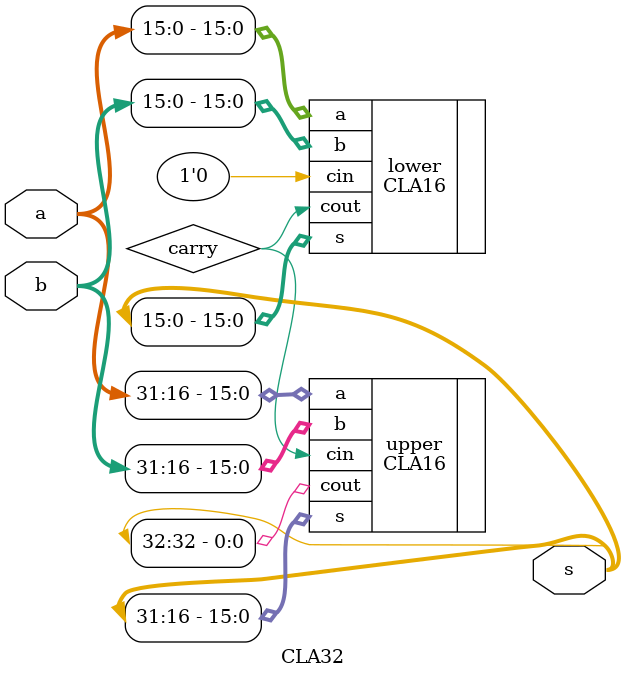
<source format=v>
module CLA32 (
    input [32-1 : 0] a, b,
    output [33-1 : 0] s
);
    wire carry;

    CLA16 lower (
        .a(a[15:0]), .b(b[15:0]),
        .cin(1'b0),
        .s(s[15:0]),
        .cout(carry)
    );
    
    CLA16 upper (
        .a(a[31:16]), .b(b[31:16]),
        .cin(carry),
        .s(s[31:16]),
        .cout(s[32])
    );
endmodule

</source>
